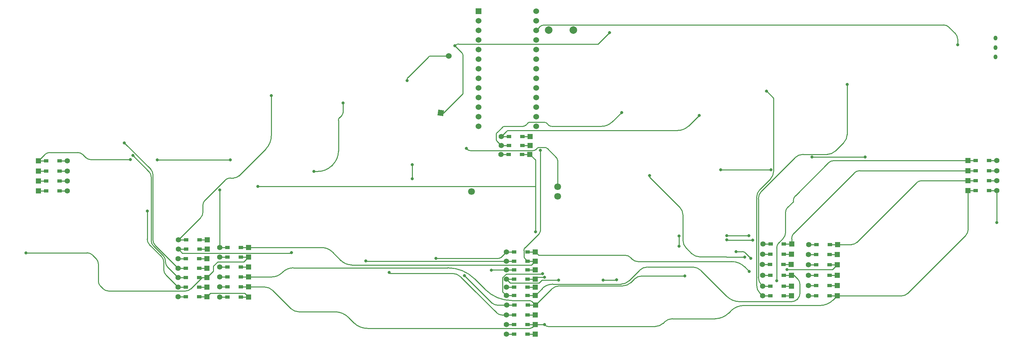
<source format=gbr>
G04 #@! TF.GenerationSoftware,KiCad,Pcbnew,7.0.1-0*
G04 #@! TF.CreationDate,2023-10-08T21:15:56+09:00*
G04 #@! TF.ProjectId,cool846ble,636f6f6c-3834-4366-926c-652e6b696361,rev?*
G04 #@! TF.SameCoordinates,Original*
G04 #@! TF.FileFunction,Copper,L1,Top*
G04 #@! TF.FilePolarity,Positive*
%FSLAX46Y46*%
G04 Gerber Fmt 4.6, Leading zero omitted, Abs format (unit mm)*
G04 Created by KiCad (PCBNEW 7.0.1-0) date 2023-10-08 21:15:56*
%MOMM*%
%LPD*%
G01*
G04 APERTURE LIST*
G04 Aperture macros list*
%AMRotRect*
0 Rectangle, with rotation*
0 The origin of the aperture is its center*
0 $1 length*
0 $2 width*
0 $3 Rotation angle, in degrees counterclockwise*
0 Add horizontal line*
21,1,$1,$2,0,0,$3*%
G04 Aperture macros list end*
G04 #@! TA.AperFunction,SMDPad,CuDef*
%ADD10R,1.300000X0.950000*%
G04 #@! TD*
G04 #@! TA.AperFunction,ComponentPad*
%ADD11C,1.397000*%
G04 #@! TD*
G04 #@! TA.AperFunction,ComponentPad*
%ADD12R,1.397000X1.397000*%
G04 #@! TD*
G04 #@! TA.AperFunction,ComponentPad*
%ADD13C,1.524000*%
G04 #@! TD*
G04 #@! TA.AperFunction,ComponentPad*
%ADD14R,1.524000X1.524000*%
G04 #@! TD*
G04 #@! TA.AperFunction,ComponentPad*
%ADD15RotRect,1.524000X1.524000X82.000000*%
G04 #@! TD*
G04 #@! TA.AperFunction,ComponentPad*
%ADD16C,2.000000*%
G04 #@! TD*
G04 #@! TA.AperFunction,ComponentPad*
%ADD17O,1.000000X1.300000*%
G04 #@! TD*
G04 #@! TA.AperFunction,ComponentPad*
%ADD18C,1.800000*%
G04 #@! TD*
G04 #@! TA.AperFunction,ViaPad*
%ADD19C,0.800000*%
G04 #@! TD*
G04 #@! TA.AperFunction,Conductor*
%ADD20C,0.250000*%
G04 #@! TD*
G04 APERTURE END LIST*
D10*
X-350535000Y-87660000D03*
D11*
X-348500000Y-87660000D03*
D12*
X-356120000Y-87660000D03*
D10*
X-354085000Y-87660000D03*
X-350535000Y-90310000D03*
D11*
X-348500000Y-90310000D03*
D12*
X-356120000Y-90310000D03*
D10*
X-354085000Y-90310000D03*
X-350535000Y-92960000D03*
D11*
X-348500000Y-92960000D03*
D12*
X-356120000Y-92960000D03*
D10*
X-354085000Y-92960000D03*
X-108335000Y-84940000D03*
D12*
X-110370000Y-84940000D03*
D11*
X-102750000Y-84940000D03*
D10*
X-104785000Y-84940000D03*
X-108335000Y-87590000D03*
D12*
X-110370000Y-87590000D03*
D11*
X-102750000Y-87590000D03*
D10*
X-104785000Y-87590000D03*
X-108335000Y-90240000D03*
D12*
X-110370000Y-90240000D03*
D11*
X-102750000Y-90240000D03*
D10*
X-104785000Y-90240000D03*
X-350535000Y-85010000D03*
D11*
X-348500000Y-85010000D03*
D12*
X-356120000Y-85010000D03*
D10*
X-354085000Y-85010000D03*
D12*
X-157053475Y-109723734D03*
D10*
X-159088475Y-109723734D03*
X-162638475Y-109723734D03*
D11*
X-164673475Y-109723734D03*
D12*
X-224823475Y-120673734D03*
D10*
X-226858475Y-120673734D03*
X-230408475Y-120673734D03*
D11*
X-232443475Y-120673734D03*
D12*
X-224823475Y-128331234D03*
D10*
X-226858475Y-128331234D03*
X-230408475Y-128331234D03*
D11*
X-232443475Y-128331234D03*
D12*
X-224770000Y-113900000D03*
D10*
X-226805000Y-113900000D03*
X-230355000Y-113900000D03*
D11*
X-232390000Y-113900000D03*
D12*
X-311543475Y-120933734D03*
D10*
X-313578475Y-120933734D03*
X-317128475Y-120933734D03*
D11*
X-319163475Y-120933734D03*
D12*
X-311543475Y-115925734D03*
D10*
X-313578475Y-115925734D03*
X-317128475Y-115925734D03*
D11*
X-319163475Y-115925734D03*
D13*
X-224560000Y-47890000D03*
X-224560000Y-50430000D03*
X-224560000Y-52970000D03*
X-224560000Y-55510000D03*
X-224560000Y-58050000D03*
X-224560000Y-60590000D03*
X-224560000Y-63130000D03*
X-224560000Y-65670000D03*
X-224560000Y-68210000D03*
X-224560000Y-70750000D03*
X-224560000Y-73290000D03*
X-224560000Y-75830000D03*
X-239780000Y-75830000D03*
X-239780000Y-73290000D03*
X-239780000Y-70750000D03*
X-239780000Y-68210000D03*
X-239780000Y-65670000D03*
X-239780000Y-63130000D03*
X-239780000Y-60590000D03*
X-239780000Y-58050000D03*
X-239780000Y-55510000D03*
X-239780000Y-52970000D03*
X-239780000Y-50430000D03*
X-239780000Y-47890000D03*
D14*
X-239780000Y-45350000D03*
D13*
X-224560000Y-45350000D03*
D12*
X-224723475Y-123213734D03*
D10*
X-226758475Y-123213734D03*
X-230308475Y-123213734D03*
D11*
X-232343475Y-123213734D03*
D12*
X-144938475Y-109793734D03*
D10*
X-146973475Y-109793734D03*
X-150523475Y-109793734D03*
D11*
X-152558475Y-109793734D03*
D12*
X-144933475Y-112543734D03*
D10*
X-146968475Y-112543734D03*
X-150518475Y-112543734D03*
D11*
X-152553475Y-112543734D03*
D12*
X-300583475Y-121033734D03*
D10*
X-302618475Y-121033734D03*
X-306168475Y-121033734D03*
D11*
X-308203475Y-121033734D03*
D12*
X-224780000Y-109090000D03*
D10*
X-226815000Y-109090000D03*
X-230365000Y-109090000D03*
D11*
X-232400000Y-109090000D03*
D12*
X-157083475Y-118153734D03*
D10*
X-159118475Y-118153734D03*
X-162668475Y-118153734D03*
D11*
X-164703475Y-118153734D03*
D12*
X-300578475Y-107953734D03*
D10*
X-302613475Y-107953734D03*
X-306163475Y-107953734D03*
D11*
X-308198475Y-107953734D03*
D12*
X-144933475Y-120733734D03*
D10*
X-146968475Y-120733734D03*
X-150518475Y-120733734D03*
D11*
X-152553475Y-120733734D03*
D12*
X-157083475Y-120733734D03*
D10*
X-159118475Y-120733734D03*
X-162668475Y-120733734D03*
D11*
X-164703475Y-120733734D03*
D12*
X-311513475Y-108383734D03*
D10*
X-313548475Y-108383734D03*
X-317098475Y-108383734D03*
D11*
X-319133475Y-108383734D03*
D12*
X-224763475Y-125823734D03*
D10*
X-226798475Y-125823734D03*
X-230348475Y-125823734D03*
D11*
X-232383475Y-125823734D03*
D12*
X-224775000Y-116320000D03*
D10*
X-226810000Y-116320000D03*
X-230360000Y-116320000D03*
D11*
X-232395000Y-116320000D03*
D12*
X-300583475Y-110457734D03*
D10*
X-302618475Y-110457734D03*
X-306168475Y-110457734D03*
D11*
X-308203475Y-110457734D03*
D12*
X-300583475Y-118389734D03*
D10*
X-302618475Y-118389734D03*
X-306168475Y-118389734D03*
D11*
X-308203475Y-118389734D03*
D12*
X-226133475Y-78569734D03*
D10*
X-228168475Y-78569734D03*
X-231718475Y-78569734D03*
D11*
X-233753475Y-78569734D03*
D12*
X-157008475Y-107023734D03*
D10*
X-159043475Y-107023734D03*
X-162593475Y-107023734D03*
D11*
X-164628475Y-107023734D03*
D12*
X-311543475Y-110917734D03*
D10*
X-313578475Y-110917734D03*
X-317128475Y-110917734D03*
D11*
X-319163475Y-110917734D03*
D12*
X-144858475Y-107133734D03*
D10*
X-146893475Y-107133734D03*
X-150443475Y-107133734D03*
D11*
X-152478475Y-107133734D03*
D12*
X-311543475Y-113421734D03*
D10*
X-313578475Y-113421734D03*
X-317128475Y-113421734D03*
D11*
X-319163475Y-113421734D03*
D12*
X-144933475Y-118003734D03*
D10*
X-146968475Y-118003734D03*
X-150518475Y-118003734D03*
D11*
X-152553475Y-118003734D03*
D12*
X-226123475Y-80941067D03*
D10*
X-228158475Y-80941067D03*
X-231708475Y-80941067D03*
D11*
X-233743475Y-80941067D03*
D12*
X-224780000Y-111570000D03*
D10*
X-226815000Y-111570000D03*
X-230365000Y-111570000D03*
D11*
X-232400000Y-111570000D03*
D12*
X-224823475Y-130883734D03*
D10*
X-226858475Y-130883734D03*
X-230408475Y-130883734D03*
D11*
X-232443475Y-130883734D03*
D12*
X-311453475Y-105903734D03*
D10*
X-313488475Y-105903734D03*
X-317038475Y-105903734D03*
D11*
X-319073475Y-105903734D03*
D12*
X-311543475Y-118429734D03*
D10*
X-313578475Y-118429734D03*
X-317128475Y-118429734D03*
D11*
X-319163475Y-118429734D03*
D12*
X-157088475Y-115283734D03*
D10*
X-159123475Y-115283734D03*
X-162673475Y-115283734D03*
D11*
X-164708475Y-115283734D03*
D12*
X-144933475Y-115273734D03*
D10*
X-146968475Y-115273734D03*
X-150518475Y-115273734D03*
D11*
X-152553475Y-115273734D03*
D12*
X-300583475Y-115745734D03*
D10*
X-302618475Y-115745734D03*
X-306168475Y-115745734D03*
D11*
X-308203475Y-115745734D03*
D12*
X-157158475Y-112393734D03*
D10*
X-159193475Y-112393734D03*
X-162743475Y-112393734D03*
D11*
X-164778475Y-112393734D03*
D12*
X-226193475Y-83312400D03*
D10*
X-228228475Y-83312400D03*
X-231778475Y-83312400D03*
D11*
X-233813475Y-83312400D03*
D12*
X-224760000Y-118460000D03*
D10*
X-226795000Y-118460000D03*
X-230345000Y-118460000D03*
D11*
X-232380000Y-118460000D03*
D12*
X-300583475Y-113101734D03*
D10*
X-302618475Y-113101734D03*
X-306168475Y-113101734D03*
D11*
X-308203475Y-113101734D03*
D15*
X-249740000Y-72300000D03*
D13*
X-247621786Y-57228120D03*
D16*
X-221190000Y-50320000D03*
X-214690000Y-50320000D03*
D17*
X-103130000Y-57500000D03*
X-103130000Y-55000000D03*
X-103130000Y-52500000D03*
D18*
X-218900001Y-94410000D03*
X-218900001Y-91870000D03*
X-241600000Y-93140000D03*
D10*
X-108335000Y-92890000D03*
D12*
X-110370000Y-92890000D03*
D11*
X-102750000Y-92890000D03*
D10*
X-104785000Y-92890000D03*
D19*
X-324670000Y-84740000D03*
X-160950000Y-116743734D03*
X-113140000Y-54240000D03*
X-305420000Y-84700000D03*
X-224740000Y-103820000D03*
X-168240000Y-114250000D03*
X-223459089Y-82160911D03*
X-185263475Y-115463734D03*
X-158203475Y-113803734D03*
X-167833475Y-110813734D03*
X-171663475Y-109003734D03*
X-222320000Y-115835500D03*
X-222313475Y-128331234D03*
X-186730000Y-107610000D03*
X-186730000Y-104850000D03*
X-205160000Y-51010000D03*
X-246000000Y-54550000D03*
X-242960000Y-81710000D03*
X-258680000Y-63750000D03*
X-294543475Y-67723734D03*
X-283260000Y-87783734D03*
X-289230000Y-109330000D03*
X-275603475Y-69693734D03*
X-257310000Y-86010000D03*
X-257310000Y-89740000D03*
X-251000000Y-110845500D03*
X-201953475Y-72203734D03*
X-181433475Y-72943734D03*
X-163683475Y-66573734D03*
X-269590000Y-111500000D03*
X-236370000Y-113920000D03*
X-222880000Y-114870000D03*
X-169423475Y-110503734D03*
X-194533475Y-88913734D03*
X-175773475Y-87373734D03*
X-162483475Y-87333734D03*
X-151623475Y-84003734D03*
X-137593475Y-83933734D03*
X-263383475Y-114553734D03*
X-243460000Y-115360000D03*
X-167320000Y-105990000D03*
X-174173475Y-105923734D03*
X-168313475Y-104813734D03*
X-174193475Y-104843734D03*
X-308198475Y-92719802D03*
X-142343475Y-64753734D03*
X-218630000Y-116560000D03*
X-203320000Y-116510000D03*
X-206840000Y-116540000D03*
X-298073475Y-91743734D03*
X-331810000Y-84690000D03*
X-327360000Y-98289512D03*
X-331150000Y-83580000D03*
X-102800000Y-101290000D03*
X-359420000Y-109340000D03*
X-333420475Y-80230000D03*
D20*
X-242673993Y-81996007D02*
G75*
G03*
X-241966886Y-82288900I707106J707106D01*
G01*
X-218900001Y-91870000D02*
X-218900001Y-84838909D01*
X-222302999Y-81435911D02*
X-223671697Y-81435911D01*
X-221595892Y-81728804D02*
G75*
G03*
X-222302999Y-81435911I-707106J-707106D01*
G01*
X-223671697Y-81435912D02*
G75*
G03*
X-224378803Y-81728805I-1J-999998D01*
G01*
X-218900002Y-84838909D02*
G75*
G03*
X-219192895Y-84131803I-999998J1D01*
G01*
X-225353114Y-82288900D02*
X-241966886Y-82288900D01*
X-225353114Y-82288899D02*
G75*
G03*
X-224646008Y-81996006I1J999998D01*
G01*
X-219192894Y-84131802D02*
X-221595892Y-81728804D01*
X-242673993Y-81996007D02*
X-242960000Y-81710000D01*
X-224378804Y-81728804D02*
X-224646007Y-81996007D01*
X-289402154Y-124095055D02*
G75*
G03*
X-287280834Y-124973734I2121319J2121319D01*
G01*
X-226261189Y-129354733D02*
G75*
G03*
X-225554083Y-129061840I1J999998D01*
G01*
X-193051702Y-128849061D02*
G75*
G03*
X-190930381Y-127970381I-2J3000005D01*
G01*
X-188507359Y-126790000D02*
G75*
G03*
X-190628679Y-127668679I-1J-2999998D01*
G01*
X-272711158Y-127890268D02*
G75*
G03*
X-269175624Y-129354734I3535533J3535532D01*
G01*
X-274163226Y-126438200D02*
G75*
G03*
X-277698760Y-124973734I-3535533J-3535532D01*
G01*
X-222088541Y-128556168D02*
G75*
G03*
X-221381434Y-128849061I707106J707106D01*
G01*
X-245092786Y-54057001D02*
G75*
G03*
X-245799892Y-54349894I-3J-999993D01*
G01*
X-243890001Y-57074214D02*
G75*
G03*
X-244182894Y-56367108I-999993J3D01*
G01*
X-252349211Y-57228121D02*
G75*
G03*
X-253056317Y-57521014I-1J-999998D01*
G01*
X-258387107Y-62851802D02*
G75*
G03*
X-258680000Y-63558909I707106J-707106D01*
G01*
X-312059213Y-95389213D02*
G75*
G03*
X-312645000Y-96803427I1414213J-1414214D01*
G01*
X-296007941Y-81858200D02*
G75*
G03*
X-294543475Y-78322666I-3535532J3535533D01*
G01*
X-305365307Y-89523735D02*
G75*
G03*
X-306779519Y-90109521I0J-1999999D01*
G01*
X-304501902Y-89523733D02*
G75*
G03*
X-303087689Y-88937946I0J1999999D01*
G01*
X-313230786Y-100061045D02*
G75*
G03*
X-312645000Y-98646832I-1414214J1414213D01*
G01*
X-276510582Y-73540841D02*
G75*
G03*
X-276803475Y-74247948I707101J-707104D01*
G01*
X-278267941Y-85968200D02*
G75*
G03*
X-276803475Y-82432666I-3535532J3535533D01*
G01*
X-275896368Y-72926627D02*
G75*
G03*
X-275603475Y-72219520I-707106J707106D01*
G01*
X-282154543Y-87783734D02*
G75*
G03*
X-278619009Y-86319268I1J4999998D01*
G01*
X-234569714Y-110845499D02*
G75*
G03*
X-233862608Y-110552606I3J999993D01*
G01*
X-232819261Y-75853735D02*
G75*
G03*
X-233526367Y-76146628I-1J-999998D01*
G01*
X-226105052Y-74743001D02*
G75*
G03*
X-226812158Y-75035894I-3J-999993D01*
G01*
X-228044214Y-75853733D02*
G75*
G03*
X-227337108Y-75560840I3J999993D01*
G01*
X-221717841Y-75035893D02*
G75*
G03*
X-222424948Y-74743000I-707106J-707106D01*
G01*
X-207270329Y-75853734D02*
G75*
G03*
X-204441902Y-74682161I0J3999999D01*
G01*
X-235113474Y-79156853D02*
G75*
G03*
X-234820581Y-79863959I999993J-3D01*
G01*
X-221192893Y-75560841D02*
G75*
G03*
X-220485786Y-75853734I707106J707106D01*
G01*
X-234820582Y-77440841D02*
G75*
G03*
X-235113475Y-78147948I707106J-707106D01*
G01*
X-187090329Y-76943734D02*
G75*
G03*
X-184261902Y-75772161I0J3999999D01*
G01*
X-231713261Y-76943735D02*
G75*
G03*
X-232420367Y-77236628I-1J-999998D01*
G01*
X-162637154Y-89817413D02*
G75*
G03*
X-161758475Y-87696093I-2121319J2121319D01*
G01*
X-165373295Y-92553554D02*
G75*
G03*
X-166251975Y-94674875I2121325J-2121323D01*
G01*
X-166251975Y-117942593D02*
G75*
G03*
X-165373296Y-120063913I2999998J-1D01*
G01*
X-185733476Y-99356375D02*
G75*
G03*
X-186612156Y-97235055I-2999993J3D01*
G01*
X-183442155Y-109535054D02*
G75*
G03*
X-181320834Y-110413734I2121323J2121325D01*
G01*
X-185733475Y-106001093D02*
G75*
G03*
X-184854796Y-108122413I2999998J-1D01*
G01*
X-234979261Y-125237947D02*
G75*
G03*
X-233565047Y-125823734I1414214J1414213D01*
G01*
X-244524796Y-115692413D02*
G75*
G03*
X-246646116Y-114813734I-2121319J-2121319D01*
G01*
X-236192053Y-122627947D02*
G75*
G03*
X-234777839Y-123213734I1414214J1414213D01*
G01*
X-143222154Y-80162413D02*
G75*
G03*
X-142343475Y-78041093I-2121319J2121319D01*
G01*
X-154005834Y-83278734D02*
G75*
G03*
X-156127154Y-84157413I-1J-2999998D01*
G01*
X-165801975Y-115812593D02*
G75*
G03*
X-164923296Y-117933913I2999998J-1D01*
G01*
X-147581116Y-83278734D02*
G75*
G03*
X-145459795Y-82400054I-2J3000005D01*
G01*
X-164923295Y-92953554D02*
G75*
G03*
X-165801975Y-95074875I2121325J-2121323D01*
G01*
X-195107359Y-113110000D02*
G75*
G03*
X-197228679Y-113988679I-1J-2999998D01*
G01*
X-169350582Y-109296627D02*
G75*
G03*
X-170057689Y-109003734I-707104J-707101D01*
G01*
X-169568932Y-123293734D02*
G75*
G03*
X-173104466Y-124758200I-1J-4999998D01*
G01*
X-149564543Y-123293734D02*
G75*
G03*
X-146029009Y-121829268I1J4999998D01*
G01*
X-218370834Y-118103734D02*
G75*
G03*
X-220492155Y-118982414I2J-3000005D01*
G01*
X-240804543Y-116252666D02*
G75*
G03*
X-247875611Y-113323734I-7071070J-7071075D01*
G01*
X-225660582Y-122276627D02*
G75*
G03*
X-226367689Y-121983734I-707104J-707101D01*
G01*
X-201642641Y-118103734D02*
G75*
G03*
X-199521321Y-117225055I1J2999998D01*
G01*
X-177207334Y-126790000D02*
G75*
G03*
X-173671800Y-125325534I1J4999998D01*
G01*
X-238002407Y-119054802D02*
G75*
G03*
X-230931339Y-121983734I7071066J7071064D01*
G01*
X-196517359Y-115463735D02*
G75*
G03*
X-198638679Y-116342415I-3J-2999993D01*
G01*
X-288746621Y-113323734D02*
G75*
G03*
X-291575048Y-114495307I0J-3999999D01*
G01*
X-294228795Y-119268414D02*
G75*
G03*
X-296350116Y-118389734I-2121323J-2121325D01*
G01*
X-294482329Y-115745734D02*
G75*
G03*
X-291653902Y-114574161I0J3999999D01*
G01*
X-220136621Y-117643734D02*
G75*
G03*
X-222965048Y-118815307I0J-3999999D01*
G01*
X-202126375Y-117643734D02*
G75*
G03*
X-200005054Y-116765054I-2J3000005D01*
G01*
X-276145048Y-111372161D02*
G75*
G03*
X-273316621Y-112543734I2828427J2828426D01*
G01*
X-156981902Y-122283733D02*
G75*
G03*
X-155567690Y-121697947I0J1999999D01*
G01*
X-223751982Y-104251982D02*
G75*
G03*
X-223459089Y-103544875I-707101J707104D01*
G01*
X-278391902Y-109125307D02*
G75*
G03*
X-281220329Y-107953734I-2828427J-2828426D01*
G01*
X-155409262Y-121539521D02*
G75*
G03*
X-154823475Y-120125307I-1414213J1414214D01*
G01*
X-181038350Y-113988680D02*
G75*
G03*
X-183159671Y-113110000I-2121323J-2121325D01*
G01*
X-174207762Y-120819268D02*
G75*
G03*
X-170672228Y-122283734I3535533J3535532D01*
G01*
X-154823476Y-117652161D02*
G75*
G03*
X-155409262Y-116237949I-1999999J0D01*
G01*
X-227497107Y-107997107D02*
G75*
G03*
X-227790000Y-108704214I707101J-707104D01*
G01*
X-169371800Y-113118200D02*
G75*
G03*
X-172907334Y-111653734I-3535533J-3535532D01*
G01*
X-322535802Y-111724979D02*
G75*
G03*
X-321950015Y-113139192I1999999J0D01*
G01*
X-322985804Y-111758427D02*
G75*
G03*
X-323571590Y-110344215I-1999999J0D01*
G01*
X-326289999Y-106103178D02*
G75*
G03*
X-325704213Y-107517390I1999999J0D01*
G01*
X-327359999Y-105727376D02*
G75*
G03*
X-326774212Y-107141589I1999999J0D01*
G01*
X-322985802Y-113778979D02*
G75*
G03*
X-322400015Y-115193192I1999999J0D01*
G01*
X-326290001Y-89268427D02*
G75*
G03*
X-326875787Y-87854215I-1999999J0D01*
G01*
X-322535804Y-111514230D02*
G75*
G03*
X-323121590Y-110100018I-1999999J0D01*
G01*
X-159215787Y-105495787D02*
G75*
G03*
X-158630000Y-104081573I-1414213J1414214D01*
G01*
X-160364214Y-106644214D02*
G75*
G03*
X-160950000Y-108058427I1414214J-1414213D01*
G01*
X-155992689Y-94212678D02*
G75*
G03*
X-156578475Y-95626891I1414214J-1414213D01*
G01*
X-158044214Y-97274275D02*
G75*
G03*
X-158630000Y-98688488I1414214J-1414213D01*
G01*
X-145891584Y-84940001D02*
G75*
G03*
X-147305797Y-85525788I0J-1999999D01*
G01*
X-325840001Y-88638902D02*
G75*
G03*
X-326425787Y-87224690I-1999999J0D01*
G01*
X-139005406Y-87590001D02*
G75*
G03*
X-140419619Y-88175788I0J-1999999D01*
G01*
X-141155994Y-107133733D02*
G75*
G03*
X-139741782Y-106547947I0J1999999D01*
G01*
X-122605406Y-90240001D02*
G75*
G03*
X-124019619Y-90825788I0J-1999999D01*
G01*
X-110955787Y-104676213D02*
G75*
G03*
X-110370000Y-103261999I-1414213J1414214D01*
G01*
X-127841735Y-120733733D02*
G75*
G03*
X-126427523Y-120147947I0J1999999D01*
G01*
X-156422689Y-104178856D02*
G75*
G03*
X-157008475Y-105593069I1414214J-1414213D01*
G01*
X-325839999Y-105916782D02*
G75*
G03*
X-325254213Y-107330994I1999999J0D01*
G01*
X-115449213Y-49580787D02*
G75*
G03*
X-116863427Y-48995000I-1414214J-1414213D01*
G01*
X-222296573Y-48995001D02*
G75*
G03*
X-223710785Y-49580787I0J-1999999D01*
G01*
X-113140001Y-52718427D02*
G75*
G03*
X-113725787Y-51304215I-1999999J0D01*
G01*
X-339032552Y-118867448D02*
G75*
G03*
X-337618339Y-119453234I1414213J1414214D01*
G01*
X-199115786Y-111067948D02*
G75*
G03*
X-197701573Y-111653734I1414213J1414214D01*
G01*
X-317205402Y-119453233D02*
G75*
G03*
X-315791189Y-118867446I0J1999999D01*
G01*
X-199608153Y-110575581D02*
G75*
G03*
X-201022367Y-109989794I-1414214J-1414213D01*
G01*
X-340269999Y-116801573D02*
G75*
G03*
X-339684212Y-118215786I1999999J0D01*
G01*
X-340270001Y-112298427D02*
G75*
G03*
X-340855787Y-110884215I-1999999J0D01*
G01*
X-341814213Y-109925787D02*
G75*
G03*
X-343228427Y-109340000I-1414214J-1414213D01*
G01*
X-353061573Y-82780001D02*
G75*
G03*
X-354475786Y-83365788I0J-1999999D01*
G01*
X-344344214Y-83365786D02*
G75*
G03*
X-345758427Y-82780000I-1414213J-1414214D01*
G01*
X-343605787Y-84104213D02*
G75*
G03*
X-342191573Y-84690000I1414214J1414213D01*
G01*
X-340270000Y-112298427D02*
X-340270000Y-116801573D01*
X-337618339Y-119453234D02*
X-317205402Y-119453234D01*
X-315791188Y-118867447D02*
X-312849475Y-115925734D01*
X-312849475Y-115925734D02*
X-311543475Y-115925734D01*
X-339684213Y-118215787D02*
X-339032552Y-118867448D01*
X-359420000Y-109340000D02*
X-343228427Y-109340000D01*
X-341814213Y-109925787D02*
X-340855786Y-110884214D01*
X-155567689Y-121697948D02*
X-155409262Y-121539521D01*
X-300583475Y-110457734D02*
X-302618475Y-110457734D01*
X-102750000Y-101240000D02*
X-102800000Y-101290000D01*
X-157008475Y-107023734D02*
X-159043475Y-107023734D01*
X-281220329Y-107953734D02*
X-300578475Y-107953734D01*
X-227790000Y-108704214D02*
X-227790000Y-110595000D01*
X-220136621Y-117643734D02*
X-215700000Y-117643734D01*
X-322985803Y-111758427D02*
X-322985803Y-113778979D01*
X-326774213Y-107141590D02*
X-323571589Y-110344214D01*
X-327360000Y-98289512D02*
X-327360000Y-105727376D01*
X-322400016Y-115193193D02*
X-319163475Y-118429734D01*
X-102750000Y-92890000D02*
X-102750000Y-101240000D01*
X-110370000Y-90240000D02*
X-108335000Y-90240000D01*
X-110370000Y-84940000D02*
X-145891584Y-84940000D01*
X-102750000Y-90240000D02*
X-104785000Y-90240000D01*
X-104785000Y-92890000D02*
X-102750000Y-92890000D01*
X-168313475Y-104813734D02*
X-174163475Y-104813734D01*
X-152553475Y-112543734D02*
X-150518475Y-112543734D01*
X-174163475Y-104813734D02*
X-174193475Y-104843734D01*
X-152558475Y-109793734D02*
X-150523475Y-109793734D01*
X-319163475Y-120933734D02*
X-317128475Y-120933734D01*
X-152553475Y-118003734D02*
X-150518475Y-118003734D01*
X-308198475Y-107953734D02*
X-306163475Y-107953734D01*
X-308198475Y-107953734D02*
X-308198475Y-92719802D01*
X-152553475Y-120733734D02*
X-150518475Y-120733734D01*
X-142343475Y-78041093D02*
X-142343475Y-64753734D01*
X-145459795Y-82400054D02*
X-143222154Y-80162413D01*
X-164703475Y-118153734D02*
X-164923296Y-117933913D01*
X-164923295Y-92953554D02*
X-156127154Y-84157413D01*
X-165801975Y-115812593D02*
X-165801975Y-95074875D01*
X-162668475Y-118153734D02*
X-164703475Y-118153734D01*
X-154005834Y-83278734D02*
X-147581116Y-83278734D01*
X-319163475Y-115925734D02*
X-317128475Y-115925734D01*
X-308203475Y-121033734D02*
X-306168475Y-121033734D01*
X-152478475Y-107133734D02*
X-150443475Y-107133734D01*
X-319163475Y-118429734D02*
X-317128475Y-118429734D01*
X-308203475Y-118389734D02*
X-306168475Y-118389734D01*
X-232443475Y-128331234D02*
X-230408475Y-128331234D01*
X-230345000Y-118460000D02*
X-232380000Y-118460000D01*
X-230360000Y-116320000D02*
X-232395000Y-116320000D01*
X-218630000Y-116560000D02*
X-222968000Y-116560000D01*
X-206840000Y-116540000D02*
X-203350000Y-116540000D01*
X-223751500Y-117343500D02*
X-231371500Y-117343500D01*
X-203350000Y-116540000D02*
X-203320000Y-116510000D01*
X-231371500Y-117343500D02*
X-232395000Y-116320000D01*
X-222968000Y-116560000D02*
X-223751500Y-117343500D01*
X-252349211Y-57228120D02*
X-247621786Y-57228120D01*
X-258387107Y-62851802D02*
X-253056318Y-57521013D01*
X-258680000Y-63750000D02*
X-258680000Y-63558909D01*
X-319163475Y-113421734D02*
X-317128475Y-113421734D01*
X-319163475Y-110917734D02*
X-317128475Y-110917734D01*
X-312059213Y-95389213D02*
X-306779520Y-90109520D01*
X-305365307Y-89523734D02*
X-304501902Y-89523734D01*
X-294543475Y-78322666D02*
X-294543475Y-67723734D01*
X-303087688Y-88937947D02*
X-296007941Y-81858200D01*
X-319073475Y-105903734D02*
X-313230786Y-100061045D01*
X-312645000Y-98646832D02*
X-312645000Y-96803427D01*
X-319073475Y-105903734D02*
X-317038475Y-105903734D01*
X-318082975Y-109434234D02*
X-289334234Y-109434234D01*
X-289334234Y-109434234D02*
X-289230000Y-109330000D01*
X-278619009Y-86319268D02*
X-278267941Y-85968200D01*
X-276510582Y-73540841D02*
X-275896368Y-72926627D01*
X-283260000Y-87783734D02*
X-282154543Y-87783734D01*
X-275603475Y-72219520D02*
X-275603475Y-69693734D01*
X-319133475Y-108383734D02*
X-317098475Y-108383734D01*
X-319133475Y-108383734D02*
X-318082975Y-109434234D01*
X-276803475Y-82432666D02*
X-276803475Y-74247948D01*
X-257310000Y-86010000D02*
X-257310000Y-89740000D01*
X-233862607Y-110552607D02*
X-232400000Y-109090000D01*
X-232400000Y-109090000D02*
X-230365000Y-109090000D01*
X-251000000Y-110845500D02*
X-234569714Y-110845500D01*
X-233813475Y-83312400D02*
X-231778475Y-83312400D01*
X-227337107Y-75560841D02*
X-226812159Y-75035893D01*
X-221717841Y-75035893D02*
X-221192893Y-75560841D01*
X-234820582Y-77440841D02*
X-233526368Y-76146627D01*
X-201963475Y-72203734D02*
X-201953475Y-72203734D01*
X-220485786Y-75853734D02*
X-207270329Y-75853734D01*
X-233743475Y-80941067D02*
X-234820582Y-79863960D01*
X-226105052Y-74743000D02*
X-222424948Y-74743000D01*
X-235113475Y-79156853D02*
X-235113475Y-78147948D01*
X-231708475Y-80941067D02*
X-233743475Y-80941067D01*
X-232819261Y-75853734D02*
X-228044214Y-75853734D01*
X-204441902Y-74682161D02*
X-201963475Y-72203734D01*
X-181433475Y-72943734D02*
X-184261902Y-75772161D01*
X-187090329Y-76943734D02*
X-231713261Y-76943734D01*
X-232420368Y-77236627D02*
X-233753475Y-78569734D01*
X-233753475Y-78569734D02*
X-231718475Y-78569734D01*
X-163593475Y-66573734D02*
X-163683475Y-66573734D01*
X-164703475Y-120733734D02*
X-162668475Y-120733734D01*
X-164703475Y-120733734D02*
X-165373296Y-120063913D01*
X-165373295Y-92553554D02*
X-162637154Y-89817413D01*
X-161758475Y-87696093D02*
X-161758475Y-68408734D01*
X-166251975Y-117942593D02*
X-166251975Y-94674875D01*
X-161758475Y-68408734D02*
X-163593475Y-66573734D01*
X-308203475Y-110457734D02*
X-306168475Y-110457734D01*
X-269520000Y-111570000D02*
X-269590000Y-111500000D01*
X-232400000Y-111570000D02*
X-230365000Y-111570000D01*
X-232400000Y-111570000D02*
X-269520000Y-111570000D01*
X-236350000Y-113900000D02*
X-232390000Y-113900000D01*
X-230355000Y-113900000D02*
X-232390000Y-113900000D01*
X-236370000Y-113920000D02*
X-236350000Y-113900000D01*
X-233403500Y-117465948D02*
X-233418500Y-117450948D01*
X-232443475Y-120673734D02*
X-230408475Y-120673734D01*
X-232445948Y-114923500D02*
X-222933500Y-114923500D01*
X-233403500Y-119713709D02*
X-233403500Y-117465948D01*
X-233418500Y-117450948D02*
X-233418500Y-115896052D01*
X-222933500Y-114923500D02*
X-222880000Y-114870000D01*
X-232443475Y-120673734D02*
X-233403500Y-119713709D01*
X-233418500Y-115896052D02*
X-232445948Y-114923500D01*
X-164708475Y-115283734D02*
X-162673475Y-115283734D01*
X-185733475Y-106001093D02*
X-185733475Y-99356375D01*
X-169423475Y-110503734D02*
X-174073475Y-110503734D01*
X-174283475Y-110413734D02*
X-181320834Y-110413734D01*
X-174193475Y-110503734D02*
X-174283475Y-110413734D01*
X-183442155Y-109535054D02*
X-184854796Y-108122413D01*
X-174073475Y-110503734D02*
X-174193475Y-110503734D01*
X-194533475Y-89313734D02*
X-194533475Y-88913734D01*
X-186612155Y-97235054D02*
X-194533475Y-89313734D01*
X-162483475Y-87333734D02*
X-175733475Y-87333734D01*
X-175733475Y-87333734D02*
X-175773475Y-87373734D01*
X-162743475Y-112393734D02*
X-164778475Y-112393734D01*
X-164673475Y-109723734D02*
X-162638475Y-109723734D01*
X-137663475Y-84003734D02*
X-137593475Y-83933734D01*
X-151623475Y-84003734D02*
X-137663475Y-84003734D01*
X-164628475Y-107023734D02*
X-162593475Y-107023734D01*
X-306168475Y-113101734D02*
X-308203475Y-113101734D01*
X-308203475Y-115745734D02*
X-306168475Y-115745734D01*
X-241263604Y-118953604D02*
X-244524796Y-115692413D01*
X-230348475Y-125823734D02*
X-232383475Y-125823734D01*
X-232383475Y-125823734D02*
X-233565047Y-125823734D01*
X-234979261Y-125237947D02*
X-241263604Y-118953604D01*
X-263123475Y-114813734D02*
X-263383475Y-114553734D01*
X-246646116Y-114813734D02*
X-263123475Y-114813734D01*
X-232343475Y-123213734D02*
X-234777839Y-123213734D01*
X-232343475Y-123213734D02*
X-230308475Y-123213734D01*
X-236192053Y-122627947D02*
X-243460000Y-115360000D01*
X-230408475Y-130883734D02*
X-232443475Y-130883734D01*
X-152553475Y-115273734D02*
X-150518475Y-115273734D01*
X-168263475Y-105983734D02*
X-167326266Y-105983734D01*
X-168263475Y-105983734D02*
X-174113475Y-105983734D01*
X-174113475Y-105983734D02*
X-174173475Y-105923734D01*
X-167326266Y-105983734D02*
X-167320000Y-105990000D01*
X-225660582Y-122276627D02*
X-224723475Y-123213734D01*
X-171663475Y-109003734D02*
X-170057689Y-109003734D01*
X-144933475Y-115273734D02*
X-146968475Y-115273734D01*
X-302618475Y-115745734D02*
X-300583475Y-115745734D01*
X-144933475Y-112543734D02*
X-146968475Y-112543734D01*
X-222313475Y-128331234D02*
X-222088541Y-128556168D01*
X-301606975Y-120010234D02*
X-300583475Y-121033734D01*
X-169568932Y-123293734D02*
X-149564543Y-123293734D01*
X-224760000Y-118460000D02*
X-226795000Y-118460000D01*
X-289402154Y-124095055D02*
X-294228795Y-119268414D01*
X-226261189Y-129354734D02*
X-269175624Y-129354734D01*
X-277698760Y-124973734D02*
X-287280834Y-124973734D01*
X-146029009Y-121829268D02*
X-144933475Y-120733734D01*
X-224823475Y-128331234D02*
X-225554082Y-129061841D01*
X-224290500Y-115835500D02*
X-222320000Y-115835500D01*
X-144933475Y-118003734D02*
X-146968475Y-118003734D01*
X-226858475Y-128331234D02*
X-224823475Y-128331234D01*
X-311543475Y-120933734D02*
X-310619975Y-120010234D01*
X-296350116Y-118389734D02*
X-300583475Y-118389734D01*
X-188507359Y-126790000D02*
X-177207334Y-126790000D01*
X-224823475Y-128331234D02*
X-222313475Y-128331234D01*
X-173671800Y-125325534D02*
X-173104466Y-124758200D01*
X-224775000Y-116320000D02*
X-224290500Y-115835500D01*
X-221381434Y-128849061D02*
X-193051702Y-128849061D01*
X-144933475Y-120733734D02*
X-146968475Y-120733734D01*
X-311543475Y-120933734D02*
X-313578475Y-120933734D01*
X-190930381Y-127970381D02*
X-190628679Y-127668679D01*
X-224775000Y-116320000D02*
X-226810000Y-116320000D01*
X-310619975Y-120010234D02*
X-301606975Y-120010234D01*
X-302618475Y-121033734D02*
X-300583475Y-121033734D01*
X-272711158Y-127890268D02*
X-274163226Y-126438200D01*
X-300583475Y-118389734D02*
X-302618475Y-118389734D01*
X-186730000Y-107610000D02*
X-186730000Y-104850000D01*
X-208207000Y-54057000D02*
X-245092786Y-54057000D01*
X-244182893Y-56367107D02*
X-246000000Y-54550000D01*
X-248970512Y-72300000D02*
X-243890000Y-67219488D01*
X-249740000Y-72300000D02*
X-248970512Y-72300000D01*
X-205160000Y-51010000D02*
X-208207000Y-54057000D01*
X-245799893Y-54349893D02*
X-246000000Y-54550000D01*
X-243890000Y-67219488D02*
X-243890000Y-57074214D01*
X-225803500Y-112593500D02*
X-273266855Y-112593500D01*
X-170672228Y-122283734D02*
X-156981902Y-122283734D01*
X-223800000Y-104300000D02*
X-227497107Y-107997107D01*
X-157053475Y-109723734D02*
X-159088475Y-109723734D01*
X-311543475Y-115925734D02*
X-311543475Y-115903734D01*
X-224780000Y-111570000D02*
X-225803500Y-112593500D01*
X-301839475Y-111713734D02*
X-300583475Y-110457734D01*
X-276145048Y-111372161D02*
X-278391902Y-109125307D01*
X-156363475Y-115283734D02*
X-157088475Y-115283734D01*
X-224823475Y-120673734D02*
X-222965048Y-118815307D01*
X-224780000Y-111570000D02*
X-226815000Y-111570000D01*
X-227790000Y-110595000D02*
X-226815000Y-111570000D01*
X-215700000Y-117643734D02*
X-202126375Y-117643734D01*
X-302613475Y-107953734D02*
X-300578475Y-107953734D01*
X-223751982Y-104251982D02*
X-223800000Y-104300000D01*
X-195107359Y-113110000D02*
X-183159671Y-113110000D01*
X-273266855Y-112593500D02*
X-273316621Y-112543734D01*
X-308723475Y-111713734D02*
X-301839475Y-111713734D01*
X-309873475Y-114233734D02*
X-309873475Y-112863734D01*
X-159123475Y-115283734D02*
X-157088475Y-115283734D01*
X-309873475Y-112863734D02*
X-308723475Y-111713734D01*
X-223459089Y-82160911D02*
X-223459089Y-103544875D01*
X-311543475Y-115925734D02*
X-313578475Y-115925734D01*
X-226858475Y-120673734D02*
X-224823475Y-120673734D01*
X-311543475Y-115903734D02*
X-309873475Y-114233734D01*
X-181038350Y-113988680D02*
X-174207762Y-120819268D01*
X-226805000Y-113900000D02*
X-224770000Y-113900000D01*
X-155409261Y-116237948D02*
X-156363475Y-115283734D01*
X-200005054Y-116765054D02*
X-197228679Y-113988679D01*
X-198638680Y-116342414D02*
X-199521321Y-117225055D01*
X-201642641Y-118103734D02*
X-218370834Y-118103734D01*
X-291653902Y-114574161D02*
X-291575048Y-114495307D01*
X-311543475Y-118429734D02*
X-313578475Y-118429734D01*
X-220492155Y-118982414D02*
X-224723475Y-123213734D01*
X-169350582Y-109296627D02*
X-167833475Y-110813734D01*
X-158203475Y-113803734D02*
X-146193475Y-113803734D01*
X-224763475Y-125823734D02*
X-226798475Y-125823734D01*
X-224723475Y-123213734D02*
X-226758475Y-123213734D01*
X-300583475Y-113101734D02*
X-302618475Y-113101734D01*
X-224823475Y-130883734D02*
X-226858475Y-130883734D01*
X-146193475Y-113803734D02*
X-144933475Y-112543734D01*
X-144938475Y-109793734D02*
X-146973475Y-109793734D01*
X-185263475Y-115463734D02*
X-196517359Y-115463734D01*
X-230931339Y-121983734D02*
X-228073475Y-121983734D01*
X-228073475Y-121983734D02*
X-226367689Y-121983734D01*
X-240804543Y-116252666D02*
X-238002407Y-119054802D01*
X-288746621Y-113323734D02*
X-247875611Y-113323734D01*
X-144858475Y-107133734D02*
X-146893475Y-107133734D01*
X-300583475Y-115745734D02*
X-294482329Y-115745734D01*
X-154823475Y-120125307D02*
X-154823475Y-117652161D01*
X-160950000Y-108058427D02*
X-160950000Y-116743734D01*
X-158630000Y-98688488D02*
X-158630000Y-104081573D01*
X-156578475Y-95626891D02*
X-156578475Y-95808536D01*
X-159215787Y-105495787D02*
X-160364214Y-106644214D01*
X-270623475Y-91743734D02*
X-269480000Y-91743734D01*
X-223880206Y-109989794D02*
X-201022367Y-109989794D01*
X-168240000Y-114250000D02*
X-169371800Y-113118200D01*
X-311543475Y-110917734D02*
X-313578475Y-110917734D01*
X-226350000Y-91743734D02*
X-224753734Y-91743734D01*
X-224740000Y-91730000D02*
X-224740000Y-84765875D01*
X-224780000Y-109090000D02*
X-226815000Y-109090000D01*
X-224740000Y-103820000D02*
X-224740000Y-91730000D01*
X-226123475Y-80941067D02*
X-228158475Y-80941067D01*
X-298073475Y-91743734D02*
X-270623475Y-91743734D01*
X-172907334Y-111653734D02*
X-197701573Y-111653734D01*
X-311453475Y-105903734D02*
X-313488475Y-105903734D01*
X-311543475Y-113421734D02*
X-313578475Y-113421734D01*
X-224780000Y-109090000D02*
X-223880206Y-109989794D01*
X-157083475Y-118153734D02*
X-159118475Y-118153734D01*
X-199608153Y-110575581D02*
X-199115786Y-111067948D01*
X-311513475Y-108383734D02*
X-313548475Y-108383734D01*
X-226193475Y-83312400D02*
X-228228475Y-83312400D01*
X-269480000Y-91743734D02*
X-226350000Y-91743734D01*
X-228168475Y-78569734D02*
X-226133475Y-78569734D01*
X-224753734Y-91743734D02*
X-224740000Y-91730000D01*
X-224740000Y-84765875D02*
X-226193475Y-83312400D01*
X-159118475Y-120733734D02*
X-157083475Y-120733734D01*
X-157158475Y-112393734D02*
X-159193475Y-112393734D01*
X-156578475Y-95808536D02*
X-158044214Y-97274275D01*
X-147305798Y-85525787D02*
X-155992689Y-94212678D01*
X-325254214Y-107330995D02*
X-319163475Y-113421734D01*
X-325840000Y-88638902D02*
X-325840000Y-105916782D01*
X-333420475Y-80230000D02*
X-326425786Y-87224689D01*
X-326290000Y-89268427D02*
X-326290000Y-106103178D01*
X-331150000Y-83580000D02*
X-326875786Y-87854214D01*
X-325704214Y-107517391D02*
X-323121589Y-110100017D01*
X-321950016Y-113139193D02*
X-319163475Y-115925734D01*
X-322535803Y-111514230D02*
X-322535803Y-111724979D01*
X-141155994Y-107133734D02*
X-144858475Y-107133734D01*
X-124019620Y-90825787D02*
X-139741781Y-106547948D01*
X-110370000Y-90240000D02*
X-122605406Y-90240000D01*
X-305420000Y-84700000D02*
X-324630000Y-84700000D01*
X-343605787Y-84104213D02*
X-344344214Y-83365786D01*
X-354475787Y-83365787D02*
X-356120000Y-85010000D01*
X-345758427Y-82780000D02*
X-353061573Y-82780000D01*
X-331810000Y-84690000D02*
X-342191573Y-84690000D01*
X-324630000Y-84700000D02*
X-324670000Y-84740000D01*
X-110370000Y-92890000D02*
X-108335000Y-92890000D01*
X-115449213Y-49580787D02*
X-113725786Y-51304214D01*
X-118885000Y-48995000D02*
X-116863427Y-48995000D01*
X-113140000Y-52718427D02*
X-113140000Y-54240000D01*
X-224560000Y-50430000D02*
X-223710786Y-49580786D01*
X-222296573Y-48995000D02*
X-118885000Y-48995000D01*
X-110370000Y-92890000D02*
X-110370000Y-103261999D01*
X-108335000Y-87590000D02*
X-110370000Y-87590000D01*
X-127841735Y-120733734D02*
X-144933475Y-120733734D01*
X-157008475Y-105593069D02*
X-157008475Y-107023734D01*
X-110955787Y-104676213D02*
X-126427522Y-120147948D01*
X-104785000Y-84940000D02*
X-102750000Y-84940000D01*
X-110370000Y-87590000D02*
X-139005406Y-87590000D01*
X-140419620Y-88175787D02*
X-156422689Y-104178856D01*
X-348500000Y-90310000D02*
X-350535000Y-90310000D01*
X-110370000Y-84940000D02*
X-108335000Y-84940000D01*
X-350535000Y-85010000D02*
X-348500000Y-85010000D01*
X-356120000Y-87660000D02*
X-354085000Y-87660000D01*
X-102750000Y-87590000D02*
X-104785000Y-87590000D01*
X-354085000Y-90310000D02*
X-356120000Y-90310000D01*
X-354085000Y-85010000D02*
X-356120000Y-85010000D01*
X-356120000Y-92960000D02*
X-354085000Y-92960000D01*
X-350535000Y-87660000D02*
X-348500000Y-87660000D01*
X-350535000Y-92960000D02*
X-348500000Y-92960000D01*
M02*

</source>
